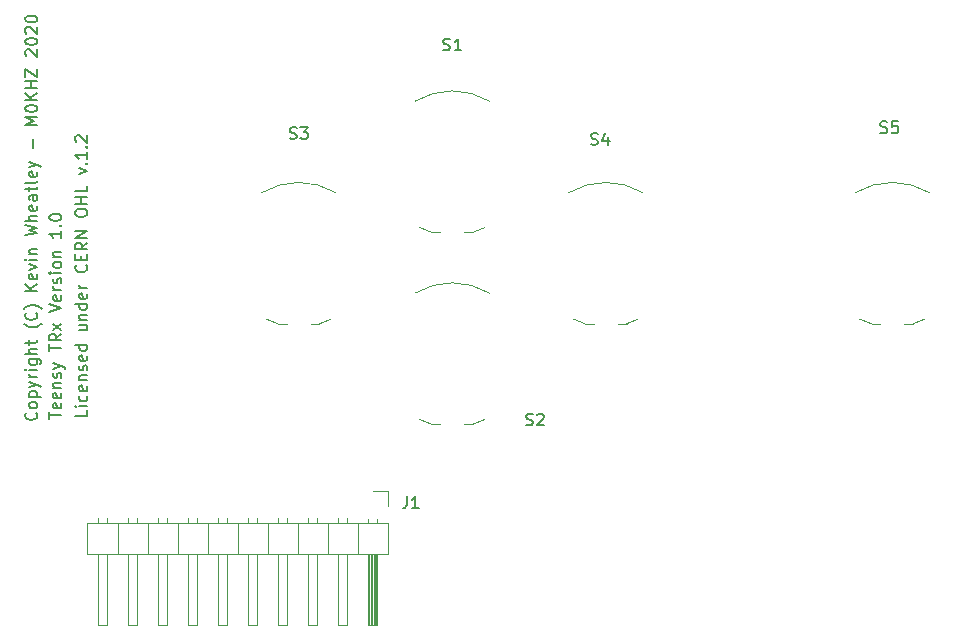
<source format=gto>
G04 #@! TF.GenerationSoftware,KiCad,Pcbnew,(5.1.4-0)*
G04 #@! TF.CreationDate,2019-11-11T14:47:22+00:00*
G04 #@! TF.ProjectId,2M_DRA818V_Transceiver_Buttons,324d5f44-5241-4383-9138-565f5472616e,rev?*
G04 #@! TF.SameCoordinates,Original*
G04 #@! TF.FileFunction,Legend,Top*
G04 #@! TF.FilePolarity,Positive*
%FSLAX46Y46*%
G04 Gerber Fmt 4.6, Leading zero omitted, Abs format (unit mm)*
G04 Created by KiCad (PCBNEW (5.1.4-0)) date 2019-11-11 14:47:22*
%MOMM*%
%LPD*%
G04 APERTURE LIST*
%ADD10C,0.150000*%
%ADD11C,0.100000*%
%ADD12C,0.120000*%
G04 APERTURE END LIST*
D10*
X66835280Y-120664452D02*
X66835280Y-121140642D01*
X65835280Y-121140642D01*
X66835280Y-120331119D02*
X66168614Y-120331119D01*
X65835280Y-120331119D02*
X65882900Y-120378738D01*
X65930519Y-120331119D01*
X65882900Y-120283500D01*
X65835280Y-120331119D01*
X65930519Y-120331119D01*
X66787661Y-119426357D02*
X66835280Y-119521595D01*
X66835280Y-119712071D01*
X66787661Y-119807309D01*
X66740042Y-119854928D01*
X66644804Y-119902547D01*
X66359090Y-119902547D01*
X66263852Y-119854928D01*
X66216233Y-119807309D01*
X66168614Y-119712071D01*
X66168614Y-119521595D01*
X66216233Y-119426357D01*
X66787661Y-118616833D02*
X66835280Y-118712071D01*
X66835280Y-118902547D01*
X66787661Y-118997785D01*
X66692423Y-119045404D01*
X66311471Y-119045404D01*
X66216233Y-118997785D01*
X66168614Y-118902547D01*
X66168614Y-118712071D01*
X66216233Y-118616833D01*
X66311471Y-118569214D01*
X66406709Y-118569214D01*
X66501947Y-119045404D01*
X66168614Y-118140642D02*
X66835280Y-118140642D01*
X66263852Y-118140642D02*
X66216233Y-118093023D01*
X66168614Y-117997785D01*
X66168614Y-117854928D01*
X66216233Y-117759690D01*
X66311471Y-117712071D01*
X66835280Y-117712071D01*
X66787661Y-117283500D02*
X66835280Y-117188261D01*
X66835280Y-116997785D01*
X66787661Y-116902547D01*
X66692423Y-116854928D01*
X66644804Y-116854928D01*
X66549566Y-116902547D01*
X66501947Y-116997785D01*
X66501947Y-117140642D01*
X66454328Y-117235880D01*
X66359090Y-117283500D01*
X66311471Y-117283500D01*
X66216233Y-117235880D01*
X66168614Y-117140642D01*
X66168614Y-116997785D01*
X66216233Y-116902547D01*
X66787661Y-116045404D02*
X66835280Y-116140642D01*
X66835280Y-116331119D01*
X66787661Y-116426357D01*
X66692423Y-116473976D01*
X66311471Y-116473976D01*
X66216233Y-116426357D01*
X66168614Y-116331119D01*
X66168614Y-116140642D01*
X66216233Y-116045404D01*
X66311471Y-115997785D01*
X66406709Y-115997785D01*
X66501947Y-116473976D01*
X66835280Y-115140642D02*
X65835280Y-115140642D01*
X66787661Y-115140642D02*
X66835280Y-115235880D01*
X66835280Y-115426357D01*
X66787661Y-115521595D01*
X66740042Y-115569214D01*
X66644804Y-115616833D01*
X66359090Y-115616833D01*
X66263852Y-115569214D01*
X66216233Y-115521595D01*
X66168614Y-115426357D01*
X66168614Y-115235880D01*
X66216233Y-115140642D01*
X66168614Y-113473976D02*
X66835280Y-113473976D01*
X66168614Y-113902547D02*
X66692423Y-113902547D01*
X66787661Y-113854928D01*
X66835280Y-113759690D01*
X66835280Y-113616833D01*
X66787661Y-113521595D01*
X66740042Y-113473976D01*
X66168614Y-112997785D02*
X66835280Y-112997785D01*
X66263852Y-112997785D02*
X66216233Y-112950166D01*
X66168614Y-112854928D01*
X66168614Y-112712071D01*
X66216233Y-112616833D01*
X66311471Y-112569214D01*
X66835280Y-112569214D01*
X66835280Y-111664452D02*
X65835280Y-111664452D01*
X66787661Y-111664452D02*
X66835280Y-111759690D01*
X66835280Y-111950166D01*
X66787661Y-112045404D01*
X66740042Y-112093023D01*
X66644804Y-112140642D01*
X66359090Y-112140642D01*
X66263852Y-112093023D01*
X66216233Y-112045404D01*
X66168614Y-111950166D01*
X66168614Y-111759690D01*
X66216233Y-111664452D01*
X66787661Y-110807309D02*
X66835280Y-110902547D01*
X66835280Y-111093023D01*
X66787661Y-111188261D01*
X66692423Y-111235880D01*
X66311471Y-111235880D01*
X66216233Y-111188261D01*
X66168614Y-111093023D01*
X66168614Y-110902547D01*
X66216233Y-110807309D01*
X66311471Y-110759690D01*
X66406709Y-110759690D01*
X66501947Y-111235880D01*
X66835280Y-110331119D02*
X66168614Y-110331119D01*
X66359090Y-110331119D02*
X66263852Y-110283500D01*
X66216233Y-110235880D01*
X66168614Y-110140642D01*
X66168614Y-110045404D01*
X66740042Y-108378738D02*
X66787661Y-108426357D01*
X66835280Y-108569214D01*
X66835280Y-108664452D01*
X66787661Y-108807309D01*
X66692423Y-108902547D01*
X66597185Y-108950166D01*
X66406709Y-108997785D01*
X66263852Y-108997785D01*
X66073376Y-108950166D01*
X65978138Y-108902547D01*
X65882900Y-108807309D01*
X65835280Y-108664452D01*
X65835280Y-108569214D01*
X65882900Y-108426357D01*
X65930519Y-108378738D01*
X66311471Y-107950166D02*
X66311471Y-107616833D01*
X66835280Y-107473976D02*
X66835280Y-107950166D01*
X65835280Y-107950166D01*
X65835280Y-107473976D01*
X66835280Y-106473976D02*
X66359090Y-106807309D01*
X66835280Y-107045404D02*
X65835280Y-107045404D01*
X65835280Y-106664452D01*
X65882900Y-106569214D01*
X65930519Y-106521595D01*
X66025757Y-106473976D01*
X66168614Y-106473976D01*
X66263852Y-106521595D01*
X66311471Y-106569214D01*
X66359090Y-106664452D01*
X66359090Y-107045404D01*
X66835280Y-106045404D02*
X65835280Y-106045404D01*
X66835280Y-105473976D01*
X65835280Y-105473976D01*
X65835280Y-104045404D02*
X65835280Y-103854928D01*
X65882900Y-103759690D01*
X65978138Y-103664452D01*
X66168614Y-103616833D01*
X66501947Y-103616833D01*
X66692423Y-103664452D01*
X66787661Y-103759690D01*
X66835280Y-103854928D01*
X66835280Y-104045404D01*
X66787661Y-104140642D01*
X66692423Y-104235880D01*
X66501947Y-104283500D01*
X66168614Y-104283500D01*
X65978138Y-104235880D01*
X65882900Y-104140642D01*
X65835280Y-104045404D01*
X66835280Y-103188261D02*
X65835280Y-103188261D01*
X66311471Y-103188261D02*
X66311471Y-102616833D01*
X66835280Y-102616833D02*
X65835280Y-102616833D01*
X66835280Y-101664452D02*
X66835280Y-102140642D01*
X65835280Y-102140642D01*
X66168614Y-100664452D02*
X66835280Y-100426357D01*
X66168614Y-100188261D01*
X66740042Y-99807309D02*
X66787661Y-99759690D01*
X66835280Y-99807309D01*
X66787661Y-99854928D01*
X66740042Y-99807309D01*
X66835280Y-99807309D01*
X66835280Y-98807309D02*
X66835280Y-99378738D01*
X66835280Y-99093023D02*
X65835280Y-99093023D01*
X65978138Y-99188261D01*
X66073376Y-99283500D01*
X66120995Y-99378738D01*
X66740042Y-98378738D02*
X66787661Y-98331119D01*
X66835280Y-98378738D01*
X66787661Y-98426357D01*
X66740042Y-98378738D01*
X66835280Y-98378738D01*
X65930519Y-97950166D02*
X65882900Y-97902547D01*
X65835280Y-97807309D01*
X65835280Y-97569214D01*
X65882900Y-97473976D01*
X65930519Y-97426357D01*
X66025757Y-97378738D01*
X66120995Y-97378738D01*
X66263852Y-97426357D01*
X66835280Y-97997785D01*
X66835280Y-97378738D01*
X62498242Y-120868600D02*
X62545861Y-120916219D01*
X62593480Y-121059076D01*
X62593480Y-121154314D01*
X62545861Y-121297171D01*
X62450623Y-121392409D01*
X62355385Y-121440028D01*
X62164909Y-121487647D01*
X62022052Y-121487647D01*
X61831576Y-121440028D01*
X61736338Y-121392409D01*
X61641100Y-121297171D01*
X61593480Y-121154314D01*
X61593480Y-121059076D01*
X61641100Y-120916219D01*
X61688719Y-120868600D01*
X62593480Y-120297171D02*
X62545861Y-120392409D01*
X62498242Y-120440028D01*
X62403004Y-120487647D01*
X62117290Y-120487647D01*
X62022052Y-120440028D01*
X61974433Y-120392409D01*
X61926814Y-120297171D01*
X61926814Y-120154314D01*
X61974433Y-120059076D01*
X62022052Y-120011457D01*
X62117290Y-119963838D01*
X62403004Y-119963838D01*
X62498242Y-120011457D01*
X62545861Y-120059076D01*
X62593480Y-120154314D01*
X62593480Y-120297171D01*
X61926814Y-119535266D02*
X62926814Y-119535266D01*
X61974433Y-119535266D02*
X61926814Y-119440028D01*
X61926814Y-119249552D01*
X61974433Y-119154314D01*
X62022052Y-119106695D01*
X62117290Y-119059076D01*
X62403004Y-119059076D01*
X62498242Y-119106695D01*
X62545861Y-119154314D01*
X62593480Y-119249552D01*
X62593480Y-119440028D01*
X62545861Y-119535266D01*
X61926814Y-118725742D02*
X62593480Y-118487647D01*
X61926814Y-118249552D02*
X62593480Y-118487647D01*
X62831576Y-118582885D01*
X62879195Y-118630504D01*
X62926814Y-118725742D01*
X62593480Y-117868600D02*
X61926814Y-117868600D01*
X62117290Y-117868600D02*
X62022052Y-117820980D01*
X61974433Y-117773361D01*
X61926814Y-117678123D01*
X61926814Y-117582885D01*
X62593480Y-117249552D02*
X61926814Y-117249552D01*
X61593480Y-117249552D02*
X61641100Y-117297171D01*
X61688719Y-117249552D01*
X61641100Y-117201933D01*
X61593480Y-117249552D01*
X61688719Y-117249552D01*
X61926814Y-116344790D02*
X62736338Y-116344790D01*
X62831576Y-116392409D01*
X62879195Y-116440028D01*
X62926814Y-116535266D01*
X62926814Y-116678123D01*
X62879195Y-116773361D01*
X62545861Y-116344790D02*
X62593480Y-116440028D01*
X62593480Y-116630504D01*
X62545861Y-116725742D01*
X62498242Y-116773361D01*
X62403004Y-116820980D01*
X62117290Y-116820980D01*
X62022052Y-116773361D01*
X61974433Y-116725742D01*
X61926814Y-116630504D01*
X61926814Y-116440028D01*
X61974433Y-116344790D01*
X62593480Y-115868600D02*
X61593480Y-115868600D01*
X62593480Y-115440028D02*
X62069671Y-115440028D01*
X61974433Y-115487647D01*
X61926814Y-115582885D01*
X61926814Y-115725742D01*
X61974433Y-115820980D01*
X62022052Y-115868600D01*
X61926814Y-115106695D02*
X61926814Y-114725742D01*
X61593480Y-114963838D02*
X62450623Y-114963838D01*
X62545861Y-114916219D01*
X62593480Y-114820980D01*
X62593480Y-114725742D01*
X62974433Y-113344790D02*
X62926814Y-113392409D01*
X62783957Y-113487647D01*
X62688719Y-113535266D01*
X62545861Y-113582885D01*
X62307766Y-113630504D01*
X62117290Y-113630504D01*
X61879195Y-113582885D01*
X61736338Y-113535266D01*
X61641100Y-113487647D01*
X61498242Y-113392409D01*
X61450623Y-113344790D01*
X62498242Y-112392409D02*
X62545861Y-112440028D01*
X62593480Y-112582885D01*
X62593480Y-112678123D01*
X62545861Y-112820980D01*
X62450623Y-112916219D01*
X62355385Y-112963838D01*
X62164909Y-113011457D01*
X62022052Y-113011457D01*
X61831576Y-112963838D01*
X61736338Y-112916219D01*
X61641100Y-112820980D01*
X61593480Y-112678123D01*
X61593480Y-112582885D01*
X61641100Y-112440028D01*
X61688719Y-112392409D01*
X62974433Y-112059076D02*
X62926814Y-112011457D01*
X62783957Y-111916219D01*
X62688719Y-111868600D01*
X62545861Y-111820980D01*
X62307766Y-111773361D01*
X62117290Y-111773361D01*
X61879195Y-111820980D01*
X61736338Y-111868600D01*
X61641100Y-111916219D01*
X61498242Y-112011457D01*
X61450623Y-112059076D01*
X62593480Y-110535266D02*
X61593480Y-110535266D01*
X62593480Y-109963838D02*
X62022052Y-110392409D01*
X61593480Y-109963838D02*
X62164909Y-110535266D01*
X62545861Y-109154314D02*
X62593480Y-109249552D01*
X62593480Y-109440028D01*
X62545861Y-109535266D01*
X62450623Y-109582885D01*
X62069671Y-109582885D01*
X61974433Y-109535266D01*
X61926814Y-109440028D01*
X61926814Y-109249552D01*
X61974433Y-109154314D01*
X62069671Y-109106695D01*
X62164909Y-109106695D01*
X62260147Y-109582885D01*
X61926814Y-108773361D02*
X62593480Y-108535266D01*
X61926814Y-108297171D01*
X62593480Y-107916219D02*
X61926814Y-107916219D01*
X61593480Y-107916219D02*
X61641100Y-107963838D01*
X61688719Y-107916219D01*
X61641100Y-107868600D01*
X61593480Y-107916219D01*
X61688719Y-107916219D01*
X61926814Y-107440028D02*
X62593480Y-107440028D01*
X62022052Y-107440028D02*
X61974433Y-107392409D01*
X61926814Y-107297171D01*
X61926814Y-107154314D01*
X61974433Y-107059076D01*
X62069671Y-107011457D01*
X62593480Y-107011457D01*
X61593480Y-105868600D02*
X62593480Y-105630504D01*
X61879195Y-105440028D01*
X62593480Y-105249552D01*
X61593480Y-105011457D01*
X62593480Y-104630504D02*
X61593480Y-104630504D01*
X62593480Y-104201933D02*
X62069671Y-104201933D01*
X61974433Y-104249552D01*
X61926814Y-104344790D01*
X61926814Y-104487647D01*
X61974433Y-104582885D01*
X62022052Y-104630504D01*
X62545861Y-103344790D02*
X62593480Y-103440028D01*
X62593480Y-103630504D01*
X62545861Y-103725742D01*
X62450623Y-103773361D01*
X62069671Y-103773361D01*
X61974433Y-103725742D01*
X61926814Y-103630504D01*
X61926814Y-103440028D01*
X61974433Y-103344790D01*
X62069671Y-103297171D01*
X62164909Y-103297171D01*
X62260147Y-103773361D01*
X62593480Y-102440028D02*
X62069671Y-102440028D01*
X61974433Y-102487647D01*
X61926814Y-102582885D01*
X61926814Y-102773361D01*
X61974433Y-102868600D01*
X62545861Y-102440028D02*
X62593480Y-102535266D01*
X62593480Y-102773361D01*
X62545861Y-102868600D01*
X62450623Y-102916219D01*
X62355385Y-102916219D01*
X62260147Y-102868600D01*
X62212528Y-102773361D01*
X62212528Y-102535266D01*
X62164909Y-102440028D01*
X61926814Y-102106695D02*
X61926814Y-101725742D01*
X61593480Y-101963838D02*
X62450623Y-101963838D01*
X62545861Y-101916219D01*
X62593480Y-101820980D01*
X62593480Y-101725742D01*
X62593480Y-101249552D02*
X62545861Y-101344790D01*
X62450623Y-101392409D01*
X61593480Y-101392409D01*
X62545861Y-100487647D02*
X62593480Y-100582885D01*
X62593480Y-100773361D01*
X62545861Y-100868600D01*
X62450623Y-100916219D01*
X62069671Y-100916219D01*
X61974433Y-100868600D01*
X61926814Y-100773361D01*
X61926814Y-100582885D01*
X61974433Y-100487647D01*
X62069671Y-100440028D01*
X62164909Y-100440028D01*
X62260147Y-100916219D01*
X61926814Y-100106695D02*
X62593480Y-99868600D01*
X61926814Y-99630504D02*
X62593480Y-99868600D01*
X62831576Y-99963838D01*
X62879195Y-100011457D01*
X62926814Y-100106695D01*
X62212528Y-98487647D02*
X62212528Y-97725742D01*
X62593480Y-96487647D02*
X61593480Y-96487647D01*
X62307766Y-96154314D01*
X61593480Y-95820980D01*
X62593480Y-95820980D01*
X61593480Y-95154314D02*
X61593480Y-95059076D01*
X61641100Y-94963838D01*
X61688719Y-94916219D01*
X61783957Y-94868600D01*
X61974433Y-94820980D01*
X62212528Y-94820980D01*
X62403004Y-94868600D01*
X62498242Y-94916219D01*
X62545861Y-94963838D01*
X62593480Y-95059076D01*
X62593480Y-95154314D01*
X62545861Y-95249552D01*
X62498242Y-95297171D01*
X62403004Y-95344790D01*
X62212528Y-95392409D01*
X61974433Y-95392409D01*
X61783957Y-95344790D01*
X61688719Y-95297171D01*
X61641100Y-95249552D01*
X61593480Y-95154314D01*
X62593480Y-94392409D02*
X61593480Y-94392409D01*
X62593480Y-93820980D02*
X62022052Y-94249552D01*
X61593480Y-93820980D02*
X62164909Y-94392409D01*
X62593480Y-93392409D02*
X61593480Y-93392409D01*
X62069671Y-93392409D02*
X62069671Y-92820980D01*
X62593480Y-92820980D02*
X61593480Y-92820980D01*
X61593480Y-92440028D02*
X61593480Y-91773361D01*
X62593480Y-92440028D01*
X62593480Y-91773361D01*
X61688719Y-90678123D02*
X61641100Y-90630504D01*
X61593480Y-90535266D01*
X61593480Y-90297171D01*
X61641100Y-90201933D01*
X61688719Y-90154314D01*
X61783957Y-90106695D01*
X61879195Y-90106695D01*
X62022052Y-90154314D01*
X62593480Y-90725742D01*
X62593480Y-90106695D01*
X61593480Y-89487647D02*
X61593480Y-89392409D01*
X61641100Y-89297171D01*
X61688719Y-89249552D01*
X61783957Y-89201933D01*
X61974433Y-89154314D01*
X62212528Y-89154314D01*
X62403004Y-89201933D01*
X62498242Y-89249552D01*
X62545861Y-89297171D01*
X62593480Y-89392409D01*
X62593480Y-89487647D01*
X62545861Y-89582885D01*
X62498242Y-89630504D01*
X62403004Y-89678123D01*
X62212528Y-89725742D01*
X61974433Y-89725742D01*
X61783957Y-89678123D01*
X61688719Y-89630504D01*
X61641100Y-89582885D01*
X61593480Y-89487647D01*
X61688719Y-88773361D02*
X61641100Y-88725742D01*
X61593480Y-88630504D01*
X61593480Y-88392409D01*
X61641100Y-88297171D01*
X61688719Y-88249552D01*
X61783957Y-88201933D01*
X61879195Y-88201933D01*
X62022052Y-88249552D01*
X62593480Y-88820980D01*
X62593480Y-88201933D01*
X61593480Y-87582885D02*
X61593480Y-87487647D01*
X61641100Y-87392409D01*
X61688719Y-87344790D01*
X61783957Y-87297171D01*
X61974433Y-87249552D01*
X62212528Y-87249552D01*
X62403004Y-87297171D01*
X62498242Y-87344790D01*
X62545861Y-87392409D01*
X62593480Y-87487647D01*
X62593480Y-87582885D01*
X62545861Y-87678123D01*
X62498242Y-87725742D01*
X62403004Y-87773361D01*
X62212528Y-87820980D01*
X61974433Y-87820980D01*
X61783957Y-87773361D01*
X61688719Y-87725742D01*
X61641100Y-87678123D01*
X61593480Y-87582885D01*
X63638180Y-121375985D02*
X63638180Y-120804557D01*
X64638180Y-121090271D02*
X63638180Y-121090271D01*
X64590561Y-120090271D02*
X64638180Y-120185509D01*
X64638180Y-120375985D01*
X64590561Y-120471223D01*
X64495323Y-120518842D01*
X64114371Y-120518842D01*
X64019133Y-120471223D01*
X63971514Y-120375985D01*
X63971514Y-120185509D01*
X64019133Y-120090271D01*
X64114371Y-120042652D01*
X64209609Y-120042652D01*
X64304847Y-120518842D01*
X64590561Y-119233128D02*
X64638180Y-119328366D01*
X64638180Y-119518842D01*
X64590561Y-119614080D01*
X64495323Y-119661700D01*
X64114371Y-119661700D01*
X64019133Y-119614080D01*
X63971514Y-119518842D01*
X63971514Y-119328366D01*
X64019133Y-119233128D01*
X64114371Y-119185509D01*
X64209609Y-119185509D01*
X64304847Y-119661700D01*
X63971514Y-118756938D02*
X64638180Y-118756938D01*
X64066752Y-118756938D02*
X64019133Y-118709319D01*
X63971514Y-118614080D01*
X63971514Y-118471223D01*
X64019133Y-118375985D01*
X64114371Y-118328366D01*
X64638180Y-118328366D01*
X64590561Y-117899795D02*
X64638180Y-117804557D01*
X64638180Y-117614080D01*
X64590561Y-117518842D01*
X64495323Y-117471223D01*
X64447704Y-117471223D01*
X64352466Y-117518842D01*
X64304847Y-117614080D01*
X64304847Y-117756938D01*
X64257228Y-117852176D01*
X64161990Y-117899795D01*
X64114371Y-117899795D01*
X64019133Y-117852176D01*
X63971514Y-117756938D01*
X63971514Y-117614080D01*
X64019133Y-117518842D01*
X63971514Y-117137890D02*
X64638180Y-116899795D01*
X63971514Y-116661700D02*
X64638180Y-116899795D01*
X64876276Y-116995033D01*
X64923895Y-117042652D01*
X64971514Y-117137890D01*
X63638180Y-115661700D02*
X63638180Y-115090271D01*
X64638180Y-115375985D02*
X63638180Y-115375985D01*
X64638180Y-114185509D02*
X64161990Y-114518842D01*
X64638180Y-114756938D02*
X63638180Y-114756938D01*
X63638180Y-114375985D01*
X63685800Y-114280747D01*
X63733419Y-114233128D01*
X63828657Y-114185509D01*
X63971514Y-114185509D01*
X64066752Y-114233128D01*
X64114371Y-114280747D01*
X64161990Y-114375985D01*
X64161990Y-114756938D01*
X64638180Y-113852176D02*
X63971514Y-113328366D01*
X63971514Y-113852176D02*
X64638180Y-113328366D01*
X63638180Y-112328366D02*
X64638180Y-111995033D01*
X63638180Y-111661700D01*
X64590561Y-110947414D02*
X64638180Y-111042652D01*
X64638180Y-111233128D01*
X64590561Y-111328366D01*
X64495323Y-111375985D01*
X64114371Y-111375985D01*
X64019133Y-111328366D01*
X63971514Y-111233128D01*
X63971514Y-111042652D01*
X64019133Y-110947414D01*
X64114371Y-110899795D01*
X64209609Y-110899795D01*
X64304847Y-111375985D01*
X64638180Y-110471223D02*
X63971514Y-110471223D01*
X64161990Y-110471223D02*
X64066752Y-110423604D01*
X64019133Y-110375985D01*
X63971514Y-110280747D01*
X63971514Y-110185509D01*
X64590561Y-109899795D02*
X64638180Y-109804557D01*
X64638180Y-109614080D01*
X64590561Y-109518842D01*
X64495323Y-109471223D01*
X64447704Y-109471223D01*
X64352466Y-109518842D01*
X64304847Y-109614080D01*
X64304847Y-109756938D01*
X64257228Y-109852176D01*
X64161990Y-109899795D01*
X64114371Y-109899795D01*
X64019133Y-109852176D01*
X63971514Y-109756938D01*
X63971514Y-109614080D01*
X64019133Y-109518842D01*
X64638180Y-109042652D02*
X63971514Y-109042652D01*
X63638180Y-109042652D02*
X63685800Y-109090271D01*
X63733419Y-109042652D01*
X63685800Y-108995033D01*
X63638180Y-109042652D01*
X63733419Y-109042652D01*
X64638180Y-108423604D02*
X64590561Y-108518842D01*
X64542942Y-108566461D01*
X64447704Y-108614080D01*
X64161990Y-108614080D01*
X64066752Y-108566461D01*
X64019133Y-108518842D01*
X63971514Y-108423604D01*
X63971514Y-108280747D01*
X64019133Y-108185509D01*
X64066752Y-108137890D01*
X64161990Y-108090271D01*
X64447704Y-108090271D01*
X64542942Y-108137890D01*
X64590561Y-108185509D01*
X64638180Y-108280747D01*
X64638180Y-108423604D01*
X63971514Y-107661700D02*
X64638180Y-107661700D01*
X64066752Y-107661700D02*
X64019133Y-107614080D01*
X63971514Y-107518842D01*
X63971514Y-107375985D01*
X64019133Y-107280747D01*
X64114371Y-107233128D01*
X64638180Y-107233128D01*
X64638180Y-105471223D02*
X64638180Y-106042652D01*
X64638180Y-105756938D02*
X63638180Y-105756938D01*
X63781038Y-105852176D01*
X63876276Y-105947414D01*
X63923895Y-106042652D01*
X64542942Y-105042652D02*
X64590561Y-104995033D01*
X64638180Y-105042652D01*
X64590561Y-105090271D01*
X64542942Y-105042652D01*
X64638180Y-105042652D01*
X63638180Y-104375985D02*
X63638180Y-104280747D01*
X63685800Y-104185509D01*
X63733419Y-104137890D01*
X63828657Y-104090271D01*
X64019133Y-104042652D01*
X64257228Y-104042652D01*
X64447704Y-104090271D01*
X64542942Y-104137890D01*
X64590561Y-104185509D01*
X64638180Y-104280747D01*
X64638180Y-104375985D01*
X64590561Y-104471223D01*
X64542942Y-104518842D01*
X64447704Y-104566461D01*
X64257228Y-104614080D01*
X64019133Y-104614080D01*
X63828657Y-104566461D01*
X63733419Y-104518842D01*
X63685800Y-104471223D01*
X63638180Y-104375985D01*
D11*
X96000000Y-105600000D02*
X96750000Y-105600000D01*
X99500000Y-105600000D02*
X98750000Y-105600000D01*
X99499530Y-105598431D02*
G75*
G03X100500000Y-105200000I-1749530J5848431D01*
G01*
X94979019Y-105191200D02*
G75*
G03X96000000Y-105600000I2770981J5441200D01*
G01*
X100899999Y-94500000D02*
G75*
G03X94600000Y-94500000I-3149999J-5250000D01*
G01*
X100899999Y-110750000D02*
G75*
G03X94600000Y-110750000I-3149999J-5250000D01*
G01*
X94979019Y-121441200D02*
G75*
G03X96000000Y-121850000I2770981J5441200D01*
G01*
X99499530Y-121848431D02*
G75*
G03X100500000Y-121450000I-1749530J5848431D01*
G01*
X99500000Y-121850000D02*
X98750000Y-121850000D01*
X96000000Y-121850000D02*
X96750000Y-121850000D01*
X83000000Y-113350000D02*
X83750000Y-113350000D01*
X86500000Y-113350000D02*
X85750000Y-113350000D01*
X86499530Y-113348431D02*
G75*
G03X87500000Y-112950000I-1749530J5848431D01*
G01*
X81979019Y-112941200D02*
G75*
G03X83000000Y-113350000I2770981J5441200D01*
G01*
X87899999Y-102250000D02*
G75*
G03X81600000Y-102250000I-3149999J-5250000D01*
G01*
X113899999Y-102250000D02*
G75*
G03X107600000Y-102250000I-3149999J-5250000D01*
G01*
X107979019Y-112941200D02*
G75*
G03X109000000Y-113350000I2770981J5441200D01*
G01*
X112499530Y-113348431D02*
G75*
G03X113500000Y-112950000I-1749530J5848431D01*
G01*
X112500000Y-113350000D02*
X111750000Y-113350000D01*
X109000000Y-113350000D02*
X109750000Y-113350000D01*
X133250000Y-113350000D02*
X134000000Y-113350000D01*
X136750000Y-113350000D02*
X136000000Y-113350000D01*
X136749530Y-113348431D02*
G75*
G03X137750000Y-112950000I-1749530J5848431D01*
G01*
X132229019Y-112941200D02*
G75*
G03X133250000Y-113350000I2770981J5441200D01*
G01*
X138149999Y-102250000D02*
G75*
G03X131850000Y-102250000I-3149999J-5250000D01*
G01*
D12*
X92330000Y-130190000D02*
X66810000Y-130190000D01*
X66810000Y-130190000D02*
X66810000Y-132850000D01*
X66810000Y-132850000D02*
X92330000Y-132850000D01*
X92330000Y-132850000D02*
X92330000Y-130190000D01*
X91380000Y-132850000D02*
X91380000Y-138850000D01*
X91380000Y-138850000D02*
X90620000Y-138850000D01*
X90620000Y-138850000D02*
X90620000Y-132850000D01*
X91320000Y-132850000D02*
X91320000Y-138850000D01*
X91200000Y-132850000D02*
X91200000Y-138850000D01*
X91080000Y-132850000D02*
X91080000Y-138850000D01*
X90960000Y-132850000D02*
X90960000Y-138850000D01*
X90840000Y-132850000D02*
X90840000Y-138850000D01*
X90720000Y-132850000D02*
X90720000Y-138850000D01*
X91380000Y-129860000D02*
X91380000Y-130190000D01*
X90620000Y-129860000D02*
X90620000Y-130190000D01*
X89730000Y-130190000D02*
X89730000Y-132850000D01*
X88840000Y-132850000D02*
X88840000Y-138850000D01*
X88840000Y-138850000D02*
X88080000Y-138850000D01*
X88080000Y-138850000D02*
X88080000Y-132850000D01*
X88840000Y-129792929D02*
X88840000Y-130190000D01*
X88080000Y-129792929D02*
X88080000Y-130190000D01*
X87190000Y-130190000D02*
X87190000Y-132850000D01*
X86300000Y-132850000D02*
X86300000Y-138850000D01*
X86300000Y-138850000D02*
X85540000Y-138850000D01*
X85540000Y-138850000D02*
X85540000Y-132850000D01*
X86300000Y-129792929D02*
X86300000Y-130190000D01*
X85540000Y-129792929D02*
X85540000Y-130190000D01*
X84650000Y-130190000D02*
X84650000Y-132850000D01*
X83760000Y-132850000D02*
X83760000Y-138850000D01*
X83760000Y-138850000D02*
X83000000Y-138850000D01*
X83000000Y-138850000D02*
X83000000Y-132850000D01*
X83760000Y-129792929D02*
X83760000Y-130190000D01*
X83000000Y-129792929D02*
X83000000Y-130190000D01*
X82110000Y-130190000D02*
X82110000Y-132850000D01*
X81220000Y-132850000D02*
X81220000Y-138850000D01*
X81220000Y-138850000D02*
X80460000Y-138850000D01*
X80460000Y-138850000D02*
X80460000Y-132850000D01*
X81220000Y-129792929D02*
X81220000Y-130190000D01*
X80460000Y-129792929D02*
X80460000Y-130190000D01*
X79570000Y-130190000D02*
X79570000Y-132850000D01*
X78680000Y-132850000D02*
X78680000Y-138850000D01*
X78680000Y-138850000D02*
X77920000Y-138850000D01*
X77920000Y-138850000D02*
X77920000Y-132850000D01*
X78680000Y-129792929D02*
X78680000Y-130190000D01*
X77920000Y-129792929D02*
X77920000Y-130190000D01*
X77030000Y-130190000D02*
X77030000Y-132850000D01*
X76140000Y-132850000D02*
X76140000Y-138850000D01*
X76140000Y-138850000D02*
X75380000Y-138850000D01*
X75380000Y-138850000D02*
X75380000Y-132850000D01*
X76140000Y-129792929D02*
X76140000Y-130190000D01*
X75380000Y-129792929D02*
X75380000Y-130190000D01*
X74490000Y-130190000D02*
X74490000Y-132850000D01*
X73600000Y-132850000D02*
X73600000Y-138850000D01*
X73600000Y-138850000D02*
X72840000Y-138850000D01*
X72840000Y-138850000D02*
X72840000Y-132850000D01*
X73600000Y-129792929D02*
X73600000Y-130190000D01*
X72840000Y-129792929D02*
X72840000Y-130190000D01*
X71950000Y-130190000D02*
X71950000Y-132850000D01*
X71060000Y-132850000D02*
X71060000Y-138850000D01*
X71060000Y-138850000D02*
X70300000Y-138850000D01*
X70300000Y-138850000D02*
X70300000Y-132850000D01*
X71060000Y-129792929D02*
X71060000Y-130190000D01*
X70300000Y-129792929D02*
X70300000Y-130190000D01*
X69410000Y-130190000D02*
X69410000Y-132850000D01*
X68520000Y-132850000D02*
X68520000Y-138850000D01*
X68520000Y-138850000D02*
X67760000Y-138850000D01*
X67760000Y-138850000D02*
X67760000Y-132850000D01*
X68520000Y-129792929D02*
X68520000Y-130190000D01*
X67760000Y-129792929D02*
X67760000Y-130190000D01*
X91000000Y-127480000D02*
X92270000Y-127480000D01*
X92270000Y-127480000D02*
X92270000Y-128750000D01*
D10*
X96988095Y-90154761D02*
X97130952Y-90202380D01*
X97369047Y-90202380D01*
X97464285Y-90154761D01*
X97511904Y-90107142D01*
X97559523Y-90011904D01*
X97559523Y-89916666D01*
X97511904Y-89821428D01*
X97464285Y-89773809D01*
X97369047Y-89726190D01*
X97178571Y-89678571D01*
X97083333Y-89630952D01*
X97035714Y-89583333D01*
X96988095Y-89488095D01*
X96988095Y-89392857D01*
X97035714Y-89297619D01*
X97083333Y-89250000D01*
X97178571Y-89202380D01*
X97416666Y-89202380D01*
X97559523Y-89250000D01*
X98511904Y-90202380D02*
X97940476Y-90202380D01*
X98226190Y-90202380D02*
X98226190Y-89202380D01*
X98130952Y-89345238D01*
X98035714Y-89440476D01*
X97940476Y-89488095D01*
X103988095Y-121904761D02*
X104130952Y-121952380D01*
X104369047Y-121952380D01*
X104464285Y-121904761D01*
X104511904Y-121857142D01*
X104559523Y-121761904D01*
X104559523Y-121666666D01*
X104511904Y-121571428D01*
X104464285Y-121523809D01*
X104369047Y-121476190D01*
X104178571Y-121428571D01*
X104083333Y-121380952D01*
X104035714Y-121333333D01*
X103988095Y-121238095D01*
X103988095Y-121142857D01*
X104035714Y-121047619D01*
X104083333Y-121000000D01*
X104178571Y-120952380D01*
X104416666Y-120952380D01*
X104559523Y-121000000D01*
X104940476Y-121047619D02*
X104988095Y-121000000D01*
X105083333Y-120952380D01*
X105321428Y-120952380D01*
X105416666Y-121000000D01*
X105464285Y-121047619D01*
X105511904Y-121142857D01*
X105511904Y-121238095D01*
X105464285Y-121380952D01*
X104892857Y-121952380D01*
X105511904Y-121952380D01*
X83988095Y-97654761D02*
X84130952Y-97702380D01*
X84369047Y-97702380D01*
X84464285Y-97654761D01*
X84511904Y-97607142D01*
X84559523Y-97511904D01*
X84559523Y-97416666D01*
X84511904Y-97321428D01*
X84464285Y-97273809D01*
X84369047Y-97226190D01*
X84178571Y-97178571D01*
X84083333Y-97130952D01*
X84035714Y-97083333D01*
X83988095Y-96988095D01*
X83988095Y-96892857D01*
X84035714Y-96797619D01*
X84083333Y-96750000D01*
X84178571Y-96702380D01*
X84416666Y-96702380D01*
X84559523Y-96750000D01*
X84892857Y-96702380D02*
X85511904Y-96702380D01*
X85178571Y-97083333D01*
X85321428Y-97083333D01*
X85416666Y-97130952D01*
X85464285Y-97178571D01*
X85511904Y-97273809D01*
X85511904Y-97511904D01*
X85464285Y-97607142D01*
X85416666Y-97654761D01*
X85321428Y-97702380D01*
X85035714Y-97702380D01*
X84940476Y-97654761D01*
X84892857Y-97607142D01*
X109488095Y-98154761D02*
X109630952Y-98202380D01*
X109869047Y-98202380D01*
X109964285Y-98154761D01*
X110011904Y-98107142D01*
X110059523Y-98011904D01*
X110059523Y-97916666D01*
X110011904Y-97821428D01*
X109964285Y-97773809D01*
X109869047Y-97726190D01*
X109678571Y-97678571D01*
X109583333Y-97630952D01*
X109535714Y-97583333D01*
X109488095Y-97488095D01*
X109488095Y-97392857D01*
X109535714Y-97297619D01*
X109583333Y-97250000D01*
X109678571Y-97202380D01*
X109916666Y-97202380D01*
X110059523Y-97250000D01*
X110916666Y-97535714D02*
X110916666Y-98202380D01*
X110678571Y-97154761D02*
X110440476Y-97869047D01*
X111059523Y-97869047D01*
X133988095Y-97154761D02*
X134130952Y-97202380D01*
X134369047Y-97202380D01*
X134464285Y-97154761D01*
X134511904Y-97107142D01*
X134559523Y-97011904D01*
X134559523Y-96916666D01*
X134511904Y-96821428D01*
X134464285Y-96773809D01*
X134369047Y-96726190D01*
X134178571Y-96678571D01*
X134083333Y-96630952D01*
X134035714Y-96583333D01*
X133988095Y-96488095D01*
X133988095Y-96392857D01*
X134035714Y-96297619D01*
X134083333Y-96250000D01*
X134178571Y-96202380D01*
X134416666Y-96202380D01*
X134559523Y-96250000D01*
X135464285Y-96202380D02*
X134988095Y-96202380D01*
X134940476Y-96678571D01*
X134988095Y-96630952D01*
X135083333Y-96583333D01*
X135321428Y-96583333D01*
X135416666Y-96630952D01*
X135464285Y-96678571D01*
X135511904Y-96773809D01*
X135511904Y-97011904D01*
X135464285Y-97107142D01*
X135416666Y-97154761D01*
X135321428Y-97202380D01*
X135083333Y-97202380D01*
X134988095Y-97154761D01*
X134940476Y-97107142D01*
X93916666Y-127952380D02*
X93916666Y-128666666D01*
X93869047Y-128809523D01*
X93773809Y-128904761D01*
X93630952Y-128952380D01*
X93535714Y-128952380D01*
X94916666Y-128952380D02*
X94345238Y-128952380D01*
X94630952Y-128952380D02*
X94630952Y-127952380D01*
X94535714Y-128095238D01*
X94440476Y-128190476D01*
X94345238Y-128238095D01*
M02*

</source>
